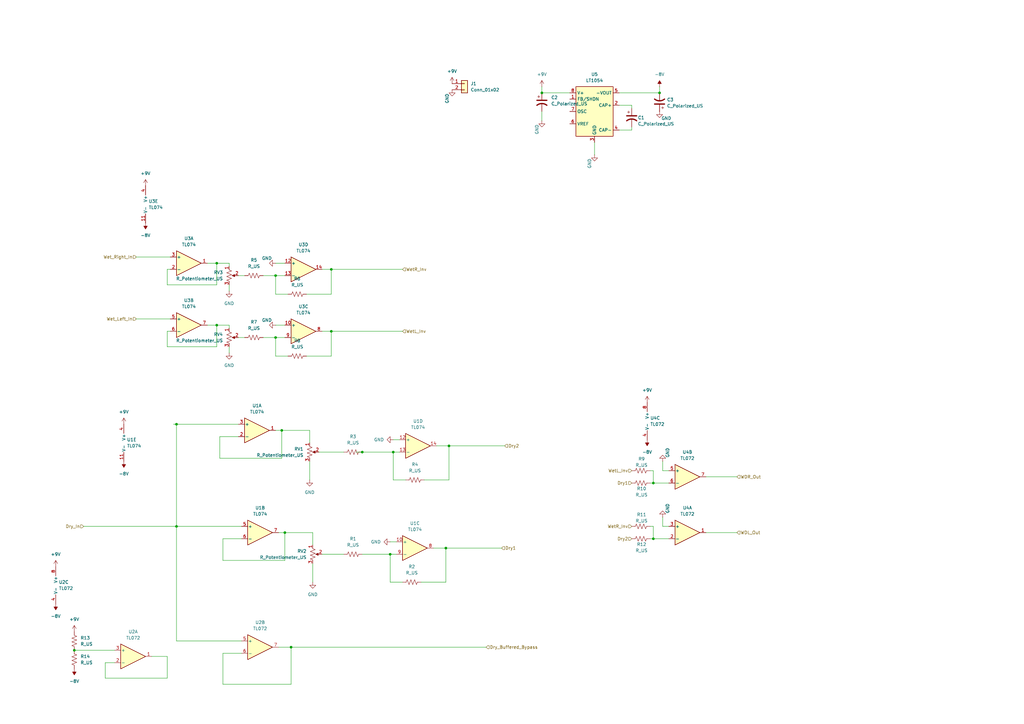
<source format=kicad_sch>
(kicad_sch (version 20231120) (generator "eeschema") (generator_version "8.0")
  (paper "A3")
  (lib_symbols
    (symbol "Amplifier_Operational:TL072" (pin_names (offset 0.127))
      (property "Reference" "U" (at 0 5.08 0))
      (property "Value" "TL072" (at 0 -5.08 0))
      (symbol "TL072_1_1"
        (polyline (pts (xy -5.08 5.08) (xy 5.08 0) (xy -5.08 -5.08) (xy -5.08 5.08)) (stroke (width 0.254)) (fill (type background)))
        (pin output line (at 7.62 0 180) (length 2.54) (name "~") (number "1"))
        (pin input line (at -7.62 -2.54 0) (length 2.54) (name "-") (number "2"))
        (pin input line (at -7.62 2.54 0) (length 2.54) (name "+") (number "3"))
      )
      (symbol "TL072_2_1"
        (polyline (pts (xy -5.08 5.08) (xy 5.08 0) (xy -5.08 -5.08) (xy -5.08 5.08)) (stroke (width 0.254)) (fill (type background)))
        (pin input line (at -7.62 2.54 0) (length 2.54) (name "+") (number "5"))
        (pin input line (at -7.62 -2.54 0) (length 2.54) (name "-") (number "6"))
        (pin output line (at 7.62 0 180) (length 2.54) (name "~") (number "7"))
      )
      (symbol "TL072_3_1"
        (pin power_in line (at -2.54 -7.62 90) (length 3.81) (name "V-") (number "4"))
        (pin power_in line (at -2.54 7.62 270) (length 3.81) (name "V+") (number "8"))
      )
    )
    (symbol "Amplifier_Operational:TL074" (pin_names (offset 0.127))
      (property "Reference" "U" (at 0 5.08 0))
      (property "Value" "TL074" (at 0 -5.08 0))
      (symbol "TL074_1_1"
        (polyline (pts (xy -5.08 5.08) (xy 5.08 0) (xy -5.08 -5.08) (xy -5.08 5.08)) (stroke (width 0.254)) (fill (type background)))
        (pin output line (at 7.62 0 180) (length 2.54) (name "~") (number "1"))
        (pin input line (at -7.62 -2.54 0) (length 2.54) (name "-") (number "2"))
        (pin input line (at -7.62 2.54 0) (length 2.54) (name "+") (number "3"))
      )
      (symbol "TL074_2_1"
        (polyline (pts (xy -5.08 5.08) (xy 5.08 0) (xy -5.08 -5.08) (xy -5.08 5.08)) (stroke (width 0.254)) (fill (type background)))
        (pin input line (at -7.62 2.54 0) (length 2.54) (name "+") (number "5"))
        (pin input line (at -7.62 -2.54 0) (length 2.54) (name "-") (number "6"))
        (pin output line (at 7.62 0 180) (length 2.54) (name "~") (number "7"))
      )
      (symbol "TL074_3_1"
        (polyline (pts (xy -5.08 5.08) (xy 5.08 0) (xy -5.08 -5.08) (xy -5.08 5.08)) (stroke (width 0.254)) (fill (type background)))
        (pin input line (at -7.62 2.54 0) (length 2.54) (name "+") (number "10"))
        (pin output line (at 7.62 0 180) (length 2.54) (name "~") (number "8"))
        (pin input line (at -7.62 -2.54 0) (length 2.54) (name "-") (number "9"))
      )
      (symbol "TL074_4_1"
        (polyline (pts (xy -5.08 5.08) (xy 5.08 0) (xy -5.08 -5.08) (xy -5.08 5.08)) (stroke (width 0.254)) (fill (type background)))
        (pin input line (at -7.62 2.54 0) (length 2.54) (name "+") (number "12"))
        (pin input line (at -7.62 -2.54 0) (length 2.54) (name "-") (number "13"))
        (pin output line (at 7.62 0 180) (length 2.54) (name "~") (number "14"))
      )
      (symbol "TL074_5_1"
        (pin power_in line (at -2.54 -7.62 90) (length 3.81) (name "V-") (number "11"))
        (pin power_in line (at -2.54 7.62 270) (length 3.81) (name "V+") (number "4"))
      )
    )
    (symbol "Connector_Generic:Conn_01x02" (pin_names (offset 1.016) hide)
      (property "Reference" "J" (at 0 2.54 0))
      (property "Value" "Conn_01x02" (at 0 -5.08 0))
      (symbol "Conn_01x02_1_1"
        (rectangle (start -1.27 -2.413) (end 0 -2.667) (stroke (width 0.1524)))
        (rectangle (start -1.27 0.127) (end 0 -0.127) (stroke (width 0.1524)))
        (rectangle (start -1.27 1.27) (end 1.27 -3.81) (stroke (width 0.254)) (fill (type background)))
        (pin passive line (at -5.08 0 0) (length 3.81) (name "Pin_1") (number "1"))
        (pin passive line (at -5.08 -2.54 0) (length 3.81) (name "Pin_2") (number "2"))
      )
    )
    (symbol "Device:C_Polarized_US" (pin_numbers hide) (pin_names (offset 0.254) hide)
      (property "Reference" "C" (at 0.635 2.54 0))
      (property "Value" "C_Polarized_US" (at 0.635 -2.54 0))
      (symbol "C_Polarized_US_0_1"
        (polyline (pts (xy -2.032 0.762) (xy 2.032 0.762)) (stroke (width 0.508)))
        (polyline (pts (xy -1.778 2.286) (xy -0.762 2.286)))
        (polyline (pts (xy -1.27 1.778) (xy -1.27 2.794)))
        (arc (start 2.032 -1.27) (mid 0 -0.5572) (end -2.032 -1.27) (stroke (width 0.508)))
      )
      (symbol "C_Polarized_US_1_1"
        (pin passive line (at 0 3.81 270) (length 2.794) (name "~") (number "1"))
        (pin passive line (at 0 -3.81 90) (length 3.302) (name "~") (number "2"))
      )
    )
    (symbol "Device:R_Potentiometer_US" (pin_names (offset 1.016) hide)
      (property "Reference" "RV" (at -4.445 0 90))
      (property "Value" "R_Potentiometer_US" (at -2.54 0 90))
      (symbol "R_Potentiometer_US_0_1"
        (polyline (pts (xy 0 -2.286) (xy 0 -2.54)))
        (polyline (pts (xy 0 2.54) (xy 0 2.286)))
        (polyline (pts (xy 2.54 0) (xy 1.524 0)))
        (polyline (pts (xy 1.143 0) (xy 2.286 0.508) (xy 2.286 -0.508) (xy 1.143 0)) (fill (type outline)))
        (polyline (pts (xy 0 -0.762) (xy 1.016 -1.143) (xy 0 -1.524) (xy -1.016 -1.905) (xy 0 -2.286)))
        (polyline (pts (xy 0 0.762) (xy 1.016 0.381) (xy 0 0) (xy -1.016 -0.381) (xy 0 -0.762)))
        (polyline (pts (xy 0 2.286) (xy 1.016 1.905) (xy 0 1.524) (xy -1.016 1.143) (xy 0 0.762)))
      )
      (symbol "R_Potentiometer_US_1_1"
        (pin passive line (at 0 3.81 270) (length 1.27) (name "1") (number "1"))
        (pin passive line (at 3.81 0 180) (length 1.27) (name "2") (number "2"))
        (pin passive line (at 0 -3.81 90) (length 1.27) (name "3") (number "3"))
      )
    )
    (symbol "Device:R_US" (pin_numbers hide) (pin_names (offset 0))
      (property "Reference" "R" (at 2.54 0 90))
      (property "Value" "R_US" (at -2.54 0 90))
      (symbol "R_US_0_1"
        (polyline (pts (xy 0 -2.286) (xy 0 -2.54)))
        (polyline (pts (xy 0 2.286) (xy 0 2.54)))
        (polyline (pts (xy 0 -0.762) (xy 1.016 -1.143) (xy 0 -1.524) (xy -1.016 -1.905) (xy 0 -2.286)))
        (polyline (pts (xy 0 0.762) (xy 1.016 0.381) (xy 0 0) (xy -1.016 -0.381) (xy 0 -0.762)))
        (polyline (pts (xy 0 2.286) (xy 1.016 1.905) (xy 0 1.524) (xy -1.016 1.143) (xy 0 0.762)))
      )
      (symbol "R_US_1_1"
        (pin passive line (at 0 3.81 270) (length 1.27) (name "~") (number "1"))
        (pin passive line (at 0 -3.81 90) (length 1.27) (name "~") (number "2"))
      )
    )
    (symbol "Regulator_SwitchedCapacitor:LT1054"
      (property "Reference" "U" (at -6.604 11.176 0))
      (property "Value" "LT1054" (at 4.318 11.176 0))
      (symbol "LT1054_0_1"
        (rectangle (start -7.62 10.16) (end 7.62 -10.16) (stroke (width 0.254)) (fill (type background)))
      )
      (symbol "LT1054_1_1"
        (pin input line (at -10.16 5.08 0) (length 2.54) (name "FB/SHDN") (number "1"))
        (pin input line (at 10.16 2.54 180) (length 2.54) (name "CAP+") (number "2"))
        (pin power_in line (at 0 -12.7 90) (length 2.54) (name "GND") (number "3"))
        (pin input line (at 10.16 -7.62 180) (length 2.54) (name "CAP-") (number "4"))
        (pin power_out line (at 10.16 7.62 180) (length 2.54) (name "-VOUT") (number "5"))
        (pin output line (at -10.16 -5.08 0) (length 2.54) (name "VREF") (number "6"))
        (pin input line (at -10.16 0 0) (length 2.54) (name "OSC") (number "7"))
        (pin power_in line (at -10.16 7.62 0) (length 2.54) (name "V+") (number "8"))
      )
    )
    (symbol "power:+9V" (power) (pin_numbers hide) (pin_names (offset 0) hide)
      (property "Value" "+9V" (at 0 3.556 0))
      (symbol "+9V_0_1"
        (polyline (pts (xy -0.762 1.27) (xy 0 2.54)))
        (polyline (pts (xy 0 0) (xy 0 2.54)))
        (polyline (pts (xy 0 2.54) (xy 0.762 1.27)))
      )
      (symbol "+9V_1_1"
        (pin power_in line (at 0 0 90) (length 0) (name "~") (number "1"))
      )
    )
    (symbol "power:-8V" (power) (pin_numbers hide) (pin_names (offset 0) hide)
      (property "Value" "-8V" (at 0 3.556 0))
      (symbol "-8V_0_0"
        (pin power_in line (at 0 0 90) (length 0) (name "~") (number "1"))
      )
      (symbol "-8V_0_1"
        (polyline (pts (xy 0 0) (xy 0 1.27) (xy 0.762 1.27) (xy 0 2.54) (xy -0.762 1.27) (xy 0 1.27)) (fill (type outline)))
      )
    )
    (symbol "power:GND" (power) (pin_numbers hide) (pin_names (offset 0) hide)
      (property "Value" "GND" (at 0 -3.81 0))
      (symbol "GND_0_1"
        (polyline (pts (xy 0 0) (xy 0 -1.27) (xy 1.27 -1.27) (xy 0 -2.54) (xy -1.27 -1.27) (xy 0 -1.27)))
      )
      (symbol "GND_1_1"
        (pin power_in line (at 0 0 270) (length 0) (name "~") (number "1"))
      )
    )
  )
  (junction (at 88.9 133.35))
  (junction (at 72.39 173.99))
  (junction (at 270.51 38.1))
  (junction (at 113.03 138.43))
  (junction (at 135.89 110.49))
  (junction (at 267.97 198.12))
  (junction (at 113.03 113.03))
  (junction (at 148.59 185.42))
  (junction (at 88.9 107.95))
  (junction (at 184.15 182.88))
  (junction (at 30.48 266.7))
  (junction (at 72.39 215.9))
  (junction (at 115.57 176.53))
  (junction (at 116.84 218.44))
  (junction (at 161.29 185.42))
  (junction (at 160.02 227.33))
  (junction (at 135.89 135.89))
  (junction (at 182.88 224.79))
  (junction (at 267.97 220.98))
  (junction (at 222.25 38.1))
  (junction (at 119.38 265.43))
  (wire (pts (xy 116.84 218.44) (xy 114.3 218.44)))
  (wire (pts (xy 271.78 189.23) (xy 271.78 193.04)))
  (wire (pts (xy 71.12 173.99) (xy 72.39 173.99)))
  (wire (pts (xy 88.9 133.35) (xy 85.09 133.35)))
  (wire (pts (xy 88.9 116.84) (xy 88.9 107.95)))
  (wire (pts (xy 113.03 113.03) (xy 116.84 113.03)))
  (wire (pts (xy 115.57 176.53) (xy 127 176.53)))
  (wire (pts (xy 165.1 238.76) (xy 160.02 238.76)))
  (wire (pts (xy 135.89 146.05) (xy 135.89 135.89)))
  (wire (pts (xy 97.79 138.43) (xy 100.33 138.43)))
  (wire (pts (xy 267.97 220.98) (xy 274.32 220.98)))
  (wire (pts (xy 55.88 105.41) (xy 69.85 105.41)))
  (wire (pts (xy 184.15 182.88) (xy 207.01 182.88)))
  (wire (pts (xy 116.84 229.87) (xy 116.84 218.44)))
  (wire (pts (xy 68.58 116.84) (xy 88.9 116.84)))
  (wire (pts (xy 254 53.34) (xy 259.08 53.34)))
  (wire (pts (xy 91.44 280.67) (xy 119.38 280.67)))
  (wire (pts (xy 113.03 138.43) (xy 113.03 146.05)))
  (wire (pts (xy 43.18 278.13) (xy 68.58 278.13)))
  (wire (pts (xy 146.05 185.42) (xy 148.59 185.42)))
  (wire (pts (xy 68.58 142.24) (xy 88.9 142.24)))
  (wire (pts (xy 271.78 212.09) (xy 271.78 215.9)))
  (wire (pts (xy 135.89 120.65) (xy 135.89 110.49)))
  (wire (pts (xy 113.03 113.03) (xy 113.03 120.65)))
  (wire (pts (xy 182.88 224.79) (xy 177.8 224.79)))
  (wire (pts (xy 148.59 227.33) (xy 160.02 227.33)))
  (wire (pts (xy 266.7 198.12) (xy 267.97 198.12)))
  (wire (pts (xy 148.59 185.42) (xy 161.29 185.42)))
  (wire (pts (xy 267.97 198.12) (xy 274.32 198.12)))
  (wire (pts (xy 222.25 38.1) (xy 233.68 38.1)))
  (wire (pts (xy 274.32 193.04) (xy 271.78 193.04)))
  (wire (pts (xy 116.84 133.35) (xy 113.03 133.35)))
  (wire (pts (xy 128.27 218.44) (xy 128.27 223.52)))
  (wire (pts (xy 160.02 227.33) (xy 162.56 227.33)))
  (wire (pts (xy 161.29 185.42) (xy 163.83 185.42)))
  (wire (pts (xy 68.58 278.13) (xy 68.58 269.24)))
  (wire (pts (xy 119.38 280.67) (xy 119.38 265.43)))
  (wire (pts (xy 72.39 215.9) (xy 99.06 215.9)))
  (wire (pts (xy 289.56 195.58) (xy 302.26 195.58)))
  (wire (pts (xy 34.29 215.9) (xy 72.39 215.9)))
  (wire (pts (xy 72.39 215.9) (xy 72.39 262.89)))
  (wire (pts (xy 88.9 133.35) (xy 93.98 133.35)))
  (wire (pts (xy 132.08 135.89) (xy 135.89 135.89)))
  (wire (pts (xy 46.99 271.78) (xy 43.18 271.78)))
  (wire (pts (xy 127 176.53) (xy 127 181.61)))
  (wire (pts (xy 72.39 262.89) (xy 99.06 262.89)))
  (wire (pts (xy 72.39 173.99) (xy 97.79 173.99)))
  (wire (pts (xy 91.44 229.87) (xy 116.84 229.87)))
  (wire (pts (xy 243.84 58.42) (xy 243.84 63.5)))
  (wire (pts (xy 267.97 193.04) (xy 267.97 198.12)))
  (wire (pts (xy 116.84 107.95) (xy 113.03 107.95)))
  (wire (pts (xy 259.08 52.07) (xy 259.08 53.34)))
  (wire (pts (xy 184.15 196.85) (xy 184.15 182.88)))
  (wire (pts (xy 99.06 267.97) (xy 91.44 267.97)))
  (wire (pts (xy 114.3 265.43) (xy 119.38 265.43)))
  (wire (pts (xy 97.79 113.03) (xy 100.33 113.03)))
  (wire (pts (xy 113.03 138.43) (xy 116.84 138.43)))
  (wire (pts (xy 161.29 196.85) (xy 161.29 185.42)))
  (wire (pts (xy 55.88 130.81) (xy 69.85 130.81)))
  (wire (pts (xy 266.7 215.9) (xy 267.97 215.9)))
  (wire (pts (xy 93.98 134.62) (xy 93.98 133.35)))
  (wire (pts (xy 182.88 238.76) (xy 182.88 224.79)))
  (wire (pts (xy 182.88 224.79) (xy 205.74 224.79)))
  (wire (pts (xy 125.73 146.05) (xy 135.89 146.05)))
  (wire (pts (xy 166.37 196.85) (xy 161.29 196.85)))
  (wire (pts (xy 160.02 238.76) (xy 160.02 227.33)))
  (wire (pts (xy 266.7 220.98) (xy 267.97 220.98)))
  (wire (pts (xy 128.27 231.14) (xy 128.27 238.76)))
  (wire (pts (xy 93.98 142.24) (xy 93.98 144.78)))
  (wire (pts (xy 68.58 135.89) (xy 69.85 135.89)))
  (wire (pts (xy 160.02 222.25) (xy 162.56 222.25)))
  (wire (pts (xy 113.03 120.65) (xy 118.11 120.65)))
  (wire (pts (xy 68.58 135.89) (xy 68.58 142.24)))
  (wire (pts (xy 254 38.1) (xy 270.51 38.1)))
  (wire (pts (xy 88.9 107.95) (xy 85.09 107.95)))
  (wire (pts (xy 270.51 35.56) (xy 270.51 38.1)))
  (wire (pts (xy 93.98 116.84) (xy 93.98 119.38)))
  (wire (pts (xy 97.79 179.07) (xy 90.17 179.07)))
  (wire (pts (xy 68.58 110.49) (xy 68.58 116.84)))
  (wire (pts (xy 88.9 107.95) (xy 93.98 107.95)))
  (wire (pts (xy 266.7 193.04) (xy 267.97 193.04)))
  (wire (pts (xy 91.44 267.97) (xy 91.44 280.67)))
  (wire (pts (xy 132.08 110.49) (xy 135.89 110.49)))
  (wire (pts (xy 222.25 49.53) (xy 222.25 45.72)))
  (wire (pts (xy 72.39 173.99) (xy 72.39 215.9)))
  (wire (pts (xy 161.29 180.34) (xy 163.83 180.34)))
  (wire (pts (xy 90.17 179.07) (xy 90.17 187.96)))
  (wire (pts (xy 259.08 43.18) (xy 259.08 44.45)))
  (wire (pts (xy 88.9 142.24) (xy 88.9 133.35)))
  (wire (pts (xy 127 189.23) (xy 127 196.85)))
  (wire (pts (xy 68.58 269.24) (xy 62.23 269.24)))
  (wire (pts (xy 274.32 215.9) (xy 271.78 215.9)))
  (wire (pts (xy 113.03 146.05) (xy 118.11 146.05)))
  (wire (pts (xy 43.18 271.78) (xy 43.18 278.13)))
  (wire (pts (xy 179.07 182.88) (xy 184.15 182.88)))
  (wire (pts (xy 135.89 110.49) (xy 165.1 110.49)))
  (wire (pts (xy 172.72 238.76) (xy 182.88 238.76)))
  (wire (pts (xy 115.57 187.96) (xy 115.57 176.53)))
  (wire (pts (xy 93.98 109.22) (xy 93.98 107.95)))
  (wire (pts (xy 107.95 113.03) (xy 113.03 113.03)))
  (wire (pts (xy 132.08 227.33) (xy 140.97 227.33)))
  (wire (pts (xy 135.89 135.89) (xy 165.1 135.89)))
  (wire (pts (xy 125.73 120.65) (xy 135.89 120.65)))
  (wire (pts (xy 267.97 215.9) (xy 267.97 220.98)))
  (wire (pts (xy 107.95 138.43) (xy 113.03 138.43)))
  (wire (pts (xy 116.84 218.44) (xy 128.27 218.44)))
  (wire (pts (xy 289.56 218.44) (xy 302.26 218.44)))
  (wire (pts (xy 99.06 220.98) (xy 91.44 220.98)))
  (wire (pts (xy 222.25 35.56) (xy 222.25 38.1)))
  (wire (pts (xy 130.81 185.42) (xy 140.97 185.42)))
  (wire (pts (xy 119.38 265.43) (xy 199.39 265.43)))
  (wire (pts (xy 90.17 187.96) (xy 115.57 187.96)))
  (wire (pts (xy 173.99 196.85) (xy 184.15 196.85)))
  (wire (pts (xy 30.48 266.7) (xy 46.99 266.7)))
  (wire (pts (xy 91.44 220.98) (xy 91.44 229.87)))
  (wire (pts (xy 68.58 110.49) (xy 69.85 110.49)))
  (wire (pts (xy 254 43.18) (xy 259.08 43.18)))
  (wire (pts (xy 115.57 176.53) (xy 113.03 176.53)))
  (hierarchical_label "Dry1" (shape input) (at 205.74 224.79 0))
  (hierarchical_label "Dry2" (shape input) (at 259.08 220.98 180))
  (hierarchical_label "WetR_Inv" (shape input) (at 165.1 110.49 0))
  (hierarchical_label "WetR_Inv" (shape input) (at 259.08 215.9 180))
  (hierarchical_label "Wet_Left_In" (shape input) (at 55.88 130.81 180))
  (hierarchical_label "Dry_In" (shape input) (at 34.29 215.9 180))
  (hierarchical_label "WetL_Inv" (shape input) (at 259.08 193.04 180))
  (hierarchical_label "WDR_Out" (shape input) (at 302.26 195.58 0))
  (hierarchical_label "Dry_Buffered_Bypass" (shape input) (at 199.39 265.43 0))
  (hierarchical_label "Dry1" (shape input) (at 259.08 198.12 180))
  (hierarchical_label "Dry2" (shape input) (at 207.01 182.88 0))
  (hierarchical_label "Wet_Right_In" (shape input) (at 55.88 105.41 180))
  (hierarchical_label "WDL_Out" (shape input) (at 302.26 218.44 0))
  (hierarchical_label "WetL_Inv" (shape input) (at 165.1 135.89 0))
  (symbol (lib_id "power:+9V") (at 185.42 34.29 0) (unit 1)
    (property "Reference" "#PWR024" (effects (hide yes)))
    (property "Value" "+9V" (at 185.42 29.21 0))
    (property "Description" "Power symbol creates a global label with name \"+9V\"" (effects (hide yes)))
  )
  (symbol (lib_id "Amplifier_Operational:TL072") (at 267.97 172.72 0) (unit 3)
    (property "Reference" "U4" (at 266.7 171.4499 0) (effects (justify left)))
    (property "Value" "TL072" (at 266.7 173.9899 0) (effects (justify left)))
    (property "Footprint" "Package_DIP:DIP-8_W7.62mm" (effects (hide yes)))
    (property "Datasheet" "http://www.ti.com/lit/ds/symlink/tl071.pdf" (effects (hide yes)))
    (property "Description" "Dual Low-Noise JFET-Input Operational Amplifiers, DIP-8/SOIC-8" (effects (hide yes)))
  )
  (symbol (lib_id "Amplifier_Operational:TL074") (at 106.68 218.44 0) (unit 2)
    (property "Reference" "U1" (at 106.68 208.28 0))
    (property "Value" "TL074" (at 106.68 210.82 0))
    (property "Footprint" "Package_DIP:DIP-14_W7.62mm" (effects (hide yes)))
    (property "Datasheet" "http://www.ti.com/lit/ds/symlink/tl071.pdf" (effects (hide yes)))
    (property "Description" "Quad Low-Noise JFET-Input Operational Amplifiers, DIP-14/SOIC-14" (effects (hide yes)))
  )
  (symbol (lib_id "Connector_Generic:Conn_01x02") (at 190.5 34.29 0) (unit 1)
    (property "Reference" "J1" (at 193.04 34.2899 0) (effects (justify left)))
    (property "Value" "Conn_01x02" (at 193.04 36.8299 0) (effects (justify left)))
    (property "Footprint" "Connector_PinHeader_2.54mm:PinHeader_1x02_P2.54mm_Vertical" (effects (hide yes)))
    (property "Description" "Generic connector, single row, 01x02, script generated (kicad-library-utils/schlib/autogen/connector/)" (effects (hide yes)))
  )
  (symbol (lib_id "power:+9V") (at 59.69 76.2 0) (unit 1)
    (property "Reference" "#PWR021" (effects (hide yes)))
    (property "Value" "+9V" (at 59.69 71.12 0))
    (property "Description" "Power symbol creates a global label with name \"+9V\"" (effects (hide yes)))
  )
  (symbol (lib_id "power:GND") (at 161.29 180.34 270) (unit 1)
    (property "Reference" "#PWR04" (effects (hide yes)))
    (property "Value" "GND" (at 157.48 180.3399 90) (effects (justify right)))
    (property "Description" "Power symbol creates a global label with name \"GND\" , ground" (effects (hide yes)))
  )
  (symbol (lib_id "Amplifier_Operational:TL072") (at 25.4 240.03 0) (unit 3)
    (property "Reference" "U2" (at 24.13 238.7599 0) (effects (justify left)))
    (property "Value" "TL072" (at 24.13 241.2999 0) (effects (justify left)))
    (property "Footprint" "Package_DIP:DIP-8_W7.62mm" (effects (hide yes)))
    (property "Datasheet" "http://www.ti.com/lit/ds/symlink/tl071.pdf" (effects (hide yes)))
    (property "Description" "Dual Low-Noise JFET-Input Operational Amplifiers, DIP-8/SOIC-8" (effects (hide yes)))
  )
  (symbol (lib_id "Amplifier_Operational:TL074") (at 105.41 176.53 0) (unit 1)
    (property "Reference" "U1" (at 105.41 166.37 0))
    (property "Value" "TL074" (at 105.41 168.91 0))
    (property "Footprint" "Package_DIP:DIP-14_W7.62mm" (effects (hide yes)))
    (property "Datasheet" "http://www.ti.com/lit/ds/symlink/tl071.pdf" (effects (hide yes)))
    (property "Description" "Quad Low-Noise JFET-Input Operational Amplifiers, DIP-14/SOIC-14" (effects (hide yes)))
  )
  (symbol (lib_id "Amplifier_Operational:TL074") (at 53.34 181.61 0) (unit 5)
    (property "Reference" "U1" (at 52.07 180.3399 0) (effects (justify left)))
    (property "Value" "TL074" (at 52.07 182.8799 0) (effects (justify left)))
    (property "Footprint" "Package_DIP:DIP-14_W7.62mm" (effects (hide yes)))
    (property "Datasheet" "http://www.ti.com/lit/ds/symlink/tl071.pdf" (effects (hide yes)))
    (property "Description" "Quad Low-Noise JFET-Input Operational Amplifiers, DIP-14/SOIC-14" (effects (hide yes)))
  )
  (symbol (lib_id "Amplifier_Operational:TL074") (at 170.18 224.79 0) (unit 3)
    (property "Reference" "U1" (at 170.18 214.63 0))
    (property "Value" "TL074" (at 170.18 217.17 0))
    (property "Footprint" "Package_DIP:DIP-14_W7.62mm" (effects (hide yes)))
    (property "Datasheet" "http://www.ti.com/lit/ds/symlink/tl071.pdf" (effects (hide yes)))
    (property "Description" "Quad Low-Noise JFET-Input Operational Amplifiers, DIP-14/SOIC-14" (effects (hide yes)))
  )
  (symbol (lib_id "Amplifier_Operational:TL072") (at 106.68 265.43 0) (unit 2)
    (property "Reference" "U2" (at 106.68 255.27 0))
    (property "Value" "TL072" (at 106.68 257.81 0))
    (property "Footprint" "Package_DIP:DIP-8_W7.62mm" (effects (hide yes)))
    (property "Datasheet" "http://www.ti.com/lit/ds/symlink/tl071.pdf" (effects (hide yes)))
    (property "Description" "Dual Low-Noise JFET-Input Operational Amplifiers, DIP-8/SOIC-8" (effects (hide yes)))
  )
  (symbol (lib_id "Device:C_Polarized_US") (at 259.08 48.26 0) (unit 1)
    (property "Reference" "C1" (at 261.62 48.26 0) (effects (justify left)))
    (property "Value" "C_Polarized_US" (at 261.62 50.8 0) (effects (justify left)))
    (property "Footprint" "Capacitor_THT:CP_Radial_D5.0mm_P2.50mm" (effects (hide yes)))
    (property "Description" "Polarized capacitor, US symbol" (effects (hide yes)))
  )
  (symbol (lib_id "power:GND") (at 271.78 212.09 180) (unit 1)
    (property "Reference" "#PWR010" (effects (hide yes)))
    (property "Value" "GND" (at 273.812 210.566 90) (effects (justify right)))
    (property "Description" "Power symbol creates a global label with name \"GND\" , ground" (effects (hide yes)))
  )
  (symbol (lib_id "Amplifier_Operational:TL074") (at 77.47 107.95 0) (unit 1)
    (property "Reference" "U3" (at 77.47 97.79 0))
    (property "Value" "TL074" (at 77.47 100.33 0))
    (property "Footprint" "Package_DIP:DIP-14_W7.62mm" (effects (hide yes)))
    (property "Datasheet" "http://www.ti.com/lit/ds/symlink/tl071.pdf" (effects (hide yes)))
    (property "Description" "Quad Low-Noise JFET-Input Operational Amplifiers, DIP-14/SOIC-14" (effects (hide yes)))
  )
  (symbol (lib_id "power:GND") (at 270.51 45.72 0) (unit 1)
    (property "Reference" "#PWR014" (effects (hide yes)))
    (property "Value" "GND" (at 275.336 48.514 0) (effects (justify right)))
    (property "Description" "Power symbol creates a global label with name \"GND\" , ground" (effects (hide yes)))
  )
  (symbol (lib_id "power:-8V") (at 59.69 91.44 180) (unit 1)
    (property "Reference" "#PWR017" (effects (hide yes)))
    (property "Value" "-8V" (at 59.69 96.52 0))
    (property "Description" "Power symbol creates a global label with name \"-8V\"" (effects (hide yes)))
  )
  (symbol (lib_id "Amplifier_Operational:TL072") (at 54.61 269.24 0) (unit 1)
    (property "Reference" "U2" (at 54.61 259.08 0))
    (property "Value" "TL072" (at 54.61 261.62 0))
    (property "Footprint" "Package_DIP:DIP-8_W7.62mm" (effects (hide yes)))
    (property "Datasheet" "http://www.ti.com/lit/ds/symlink/tl071.pdf" (effects (hide yes)))
    (property "Description" "Dual Low-Noise JFET-Input Operational Amplifiers, DIP-8/SOIC-8" (effects (hide yes)))
  )
  (symbol (lib_id "Amplifier_Operational:TL074") (at 171.45 182.88 0) (unit 4)
    (property "Reference" "U1" (at 171.45 172.72 0))
    (property "Value" "TL074" (at 171.45 175.26 0))
    (property "Footprint" "Package_DIP:DIP-14_W7.62mm" (effects (hide yes)))
    (property "Datasheet" "http://www.ti.com/lit/ds/symlink/tl071.pdf" (effects (hide yes)))
    (property "Description" "Quad Low-Noise JFET-Input Operational Amplifiers, DIP-14/SOIC-14" (effects (hide yes)))
  )
  (symbol (lib_id "power:+9V") (at 222.25 35.56 0) (unit 1)
    (property "Reference" "#PWR011" (effects (hide yes)))
    (property "Value" "+9V" (at 222.25 30.48 0))
    (property "Description" "Power symbol creates a global label with name \"+9V\"" (effects (hide yes)))
  )
  (symbol (lib_id "Device:R_US") (at 262.89 193.04 270) (unit 1)
    (property "Reference" "R9" (at 263.144 188.214 90))
    (property "Value" "R_US" (at 263.144 190.754 90))
    (property "Footprint" "Resistor_THT:R_Axial_DIN0204_L3.6mm_D1.6mm_P7.62mm_Horizontal" (effects (hide yes)))
    (property "Description" "Resistor, US symbol" (effects (hide yes)))
  )
  (symbol (lib_id "Device:R_US") (at 168.91 238.76 270) (unit 1)
    (property "Reference" "R2" (at 168.91 232.41 90))
    (property "Value" "R_US" (at 168.91 234.95 90))
    (property "Footprint" "Resistor_THT:R_Axial_DIN0204_L3.6mm_D1.6mm_P7.62mm_Horizontal" (effects (hide yes)))
    (property "Description" "Resistor, US symbol" (effects (hide yes)))
  )
  (symbol (lib_id "power:GND") (at 113.03 133.35 270) (unit 1)
    (property "Reference" "#PWR08" (effects (hide yes)))
    (property "Value" "GND" (at 111.506 131.318 90) (effects (justify right)))
    (property "Description" "Power symbol creates a global label with name \"GND\" , ground" (effects (hide yes)))
  )
  (symbol (lib_id "Device:R_US") (at 30.48 270.51 0) (unit 1)
    (property "Reference" "R14" (at 33.02 269.2399 0) (effects (justify left)))
    (property "Value" "R_US" (at 33.02 271.7799 0) (effects (justify left)))
    (property "Footprint" "Resistor_THT:R_Axial_DIN0204_L3.6mm_D1.6mm_P7.62mm_Horizontal" (effects (hide yes)))
    (property "Description" "Resistor, US symbol" (effects (hide yes)))
  )
  (symbol (lib_id "power:GND") (at 113.03 107.95 270) (unit 1)
    (property "Reference" "#PWR06" (effects (hide yes)))
    (property "Value" "GND" (at 111.506 105.918 90) (effects (justify right)))
    (property "Description" "Power symbol creates a global label with name \"GND\" , ground" (effects (hide yes)))
  )
  (symbol (lib_id "power:GND") (at 128.27 238.76 0) (unit 1)
    (property "Reference" "#PWR02" (effects (hide yes)))
    (property "Value" "GND" (at 128.27 243.84 0))
    (property "Description" "Power symbol creates a global label with name \"GND\" , ground" (effects (hide yes)))
  )
  (symbol (lib_id "power:GND") (at 271.78 189.23 180) (unit 1)
    (property "Reference" "#PWR09" (effects (hide yes)))
    (property "Value" "GND" (at 273.812 187.706 90) (effects (justify right)))
    (property "Description" "Power symbol creates a global label with name \"GND\" , ground" (effects (hide yes)))
  )
  (symbol (lib_id "Device:R_Potentiometer_US") (at 93.98 138.43 0) (unit 1)
    (property "Reference" "RV4" (at 91.44 137.1599 0) (effects (justify right)))
    (property "Value" "R_Potentiometer_US" (at 91.44 139.6999 0) (effects (justify right)))
    (property "Footprint" "Potentiometer_THT:Potentiometer_Vishay_T7-YA_Single_Vertical" (effects (hide yes)))
    (property "Description" "Potentiometer, US symbol" (effects (hide yes)))
  )
  (symbol (lib_id "Device:R_US") (at 121.92 146.05 270) (unit 1)
    (property "Reference" "R8" (at 121.92 139.7 90))
    (property "Value" "R_US" (at 121.92 142.24 90))
    (property "Footprint" "Resistor_THT:R_Axial_DIN0204_L3.6mm_D1.6mm_P7.62mm_Horizontal" (effects (hide yes)))
    (property "Description" "Resistor, US symbol" (effects (hide yes)))
  )
  (symbol (lib_id "power:-8V") (at 265.43 180.34 180) (unit 1)
    (property "Reference" "#PWR018" (effects (hide yes)))
    (property "Value" "-8V" (at 265.43 185.42 0))
    (property "Description" "Power symbol creates a global label with name \"-8V\"" (effects (hide yes)))
  )
  (symbol (lib_id "Amplifier_Operational:TL074") (at 77.47 133.35 0) (unit 2)
    (property "Reference" "U3" (at 77.47 123.19 0))
    (property "Value" "TL074" (at 77.47 125.73 0))
    (property "Footprint" "Package_DIP:DIP-14_W7.62mm" (effects (hide yes)))
    (property "Datasheet" "http://www.ti.com/lit/ds/symlink/tl071.pdf" (effects (hide yes)))
    (property "Description" "Quad Low-Noise JFET-Input Operational Amplifiers, DIP-14/SOIC-14" (effects (hide yes)))
  )
  (symbol (lib_id "Device:R_US") (at 121.92 120.65 270) (unit 1)
    (property "Reference" "R6" (at 121.92 114.3 90))
    (property "Value" "R_US" (at 121.92 116.84 90))
    (property "Footprint" "Resistor_THT:R_Axial_DIN0204_L3.6mm_D1.6mm_P7.62mm_Horizontal" (effects (hide yes)))
    (property "Description" "Resistor, US symbol" (effects (hide yes)))
  )
  (symbol (lib_id "power:-8V") (at 270.51 35.56 0) (unit 1)
    (property "Reference" "#PWR015" (effects (hide yes)))
    (property "Value" "-8V" (at 270.51 30.48 0))
    (property "Description" "Power symbol creates a global label with name \"-8V\"" (effects (hide yes)))
  )
  (symbol (lib_id "Device:R_US") (at 262.89 220.98 270) (unit 1)
    (property "Reference" "R12" (at 263.144 223.266 90))
    (property "Value" "R_US" (at 263.144 225.806 90))
    (property "Footprint" "Resistor_THT:R_Axial_DIN0204_L3.6mm_D1.6mm_P7.62mm_Horizontal" (effects (hide yes)))
    (property "Description" "Resistor, US symbol" (effects (hide yes)))
  )
  (symbol (lib_id "Device:R_Potentiometer_US") (at 93.98 113.03 0) (unit 1)
    (property "Reference" "RV3" (at 91.44 111.7599 0) (effects (justify right)))
    (property "Value" "R_Potentiometer_US" (at 91.44 114.2999 0) (effects (justify right)))
    (property "Footprint" "Potentiometer_THT:Potentiometer_Vishay_T7-YA_Single_Vertical" (effects (hide yes)))
    (property "Description" "Potentiometer, US symbol" (effects (hide yes)))
  )
  (symbol (lib_id "Device:R_Potentiometer_US") (at 127 185.42 0) (unit 1)
    (property "Reference" "RV1" (at 124.46 184.1499 0) (effects (justify right)))
    (property "Value" "R_Potentiometer_US" (at 124.46 186.6899 0) (effects (justify right)))
    (property "Footprint" "Potentiometer_THT:Potentiometer_Vishay_T7-YA_Single_Vertical" (effects (hide yes)))
    (property "Description" "Potentiometer, US symbol" (effects (hide yes)))
  )
  (symbol (lib_id "power:-8V") (at 50.8 189.23 180) (unit 1)
    (property "Reference" "#PWR016" (effects (hide yes)))
    (property "Value" "-8V" (at 50.8 194.31 0))
    (property "Description" "Power symbol creates a global label with name \"-8V\"" (effects (hide yes)))
  )
  (symbol (lib_id "Device:R_US") (at 170.18 196.85 270) (unit 1)
    (property "Reference" "R4" (at 170.18 190.5 90))
    (property "Value" "R_US" (at 170.18 193.04 90))
    (property "Footprint" "Resistor_THT:R_Axial_DIN0204_L3.6mm_D1.6mm_P7.62mm_Horizontal" (effects (hide yes)))
    (property "Description" "Resistor, US symbol" (effects (hide yes)))
  )
  (symbol (lib_id "power:+9V") (at 265.43 165.1 0) (unit 1)
    (property "Reference" "#PWR023" (effects (hide yes)))
    (property "Value" "+9V" (at 265.43 160.02 0))
    (property "Description" "Power symbol creates a global label with name \"+9V\"" (effects (hide yes)))
  )
  (symbol (lib_id "Device:R_Potentiometer_US") (at 128.27 227.33 0) (unit 1)
    (property "Reference" "RV2" (at 125.73 226.0599 0) (effects (justify right)))
    (property "Value" "R_Potentiometer_US" (at 125.73 228.5999 0) (effects (justify right)))
    (property "Footprint" "Potentiometer_THT:Potentiometer_Vishay_T7-YA_Single_Vertical" (effects (hide yes)))
    (property "Description" "Potentiometer, US symbol" (effects (hide yes)))
  )
  (symbol (lib_id "power:GND") (at 243.84 63.5 0) (unit 1)
    (property "Reference" "#PWR012" (effects (hide yes)))
    (property "Value" "GND" (at 241.808 65.024 90) (effects (justify right)))
    (property "Description" "Power symbol creates a global label with name \"GND\" , ground" (effects (hide yes)))
  )
  (symbol (lib_id "Amplifier_Operational:TL072") (at 281.94 195.58 0) (unit 2)
    (property "Reference" "U4" (at 281.94 185.42 0))
    (property "Value" "TL072" (at 281.94 187.96 0))
    (property "Footprint" "Package_DIP:DIP-8_W7.62mm" (effects (hide yes)))
    (property "Datasheet" "http://www.ti.com/lit/ds/symlink/tl071.pdf" (effects (hide yes)))
    (property "Description" "Dual Low-Noise JFET-Input Operational Amplifiers, DIP-8/SOIC-8" (effects (hide yes)))
  )
  (symbol (lib_id "power:GND") (at 185.42 36.83 0) (unit 1)
    (property "Reference" "#PWR025" (effects (hide yes)))
    (property "Value" "GND" (at 183.388 38.354 90) (effects (justify right)))
    (property "Description" "Power symbol creates a global label with name \"GND\" , ground" (effects (hide yes)))
  )
  (symbol (lib_id "Device:R_US") (at 144.78 185.42 270) (unit 1)
    (property "Reference" "R3" (at 144.78 179.07 90))
    (property "Value" "R_US" (at 144.78 181.61 90))
    (property "Footprint" "Resistor_THT:R_Axial_DIN0204_L3.6mm_D1.6mm_P7.62mm_Horizontal" (effects (hide yes)))
    (property "Description" "Resistor, US symbol" (effects (hide yes)))
  )
  (symbol (lib_id "Amplifier_Operational:TL074") (at 124.46 110.49 0) (unit 4)
    (property "Reference" "U3" (at 124.46 100.33 0))
    (property "Value" "TL074" (at 124.46 102.87 0))
    (property "Footprint" "Package_DIP:DIP-14_W7.62mm" (effects (hide yes)))
    (property "Datasheet" "http://www.ti.com/lit/ds/symlink/tl071.pdf" (effects (hide yes)))
    (property "Description" "Quad Low-Noise JFET-Input Operational Amplifiers, DIP-14/SOIC-14" (effects (hide yes)))
  )
  (symbol (lib_id "Device:R_US") (at 104.14 113.03 270) (unit 1)
    (property "Reference" "R5" (at 104.14 106.68 90))
    (property "Value" "R_US" (at 104.14 109.22 90))
    (property "Footprint" "Resistor_THT:R_Axial_DIN0204_L3.6mm_D1.6mm_P7.62mm_Horizontal" (effects (hide yes)))
    (property "Description" "Resistor, US symbol" (effects (hide yes)))
  )
  (symbol (lib_id "power:GND") (at 160.02 222.25 270) (unit 1)
    (property "Reference" "#PWR03" (effects (hide yes)))
    (property "Value" "GND" (at 156.21 222.2499 90) (effects (justify right)))
    (property "Description" "Power symbol creates a global label with name \"GND\" , ground" (effects (hide yes)))
  )
  (symbol (lib_id "Amplifier_Operational:TL074") (at 62.23 83.82 0) (unit 5)
    (property "Reference" "U3" (at 60.96 82.5499 0) (effects (justify left)))
    (property "Value" "TL074" (at 60.96 85.0899 0) (effects (justify left)))
    (property "Footprint" "Package_DIP:DIP-14_W7.62mm" (effects (hide yes)))
    (property "Datasheet" "http://www.ti.com/lit/ds/symlink/tl071.pdf" (effects (hide yes)))
    (property "Description" "Quad Low-Noise JFET-Input Operational Amplifiers, DIP-14/SOIC-14" (effects (hide yes)))
  )
  (symbol (lib_id "power:+9V") (at 50.8 173.99 0) (unit 1)
    (property "Reference" "#PWR020" (effects (hide yes)))
    (property "Value" "+9V" (at 50.8 168.91 0))
    (property "Description" "Power symbol creates a global label with name \"+9V\"" (effects (hide yes)))
  )
  (symbol (lib_id "power:+9V") (at 30.48 259.08 0) (unit 1)
    (property "Reference" "#PWR026" (effects (hide yes)))
    (property "Value" "+9V" (at 30.48 254 0))
    (property "Description" "Power symbol creates a global label with name \"+9V\"" (effects (hide yes)))
  )
  (symbol (lib_id "Device:C_Polarized_US") (at 222.25 41.91 0) (unit 1)
    (property "Reference" "C2" (at 226.06 40.0049 0) (effects (justify left)))
    (property "Value" "C_Polarized_US" (at 226.06 42.5449 0) (effects (justify left)))
    (property "Footprint" "Capacitor_THT:CP_Radial_D5.0mm_P2.50mm" (effects (hide yes)))
    (property "Description" "Polarized capacitor, US symbol" (effects (hide yes)))
  )
  (symbol (lib_id "Regulator_SwitchedCapacitor:LT1054") (at 243.84 45.72 0) (unit 1)
    (property "Reference" "U5" (at 243.84 30.48 0))
    (property "Value" "LT1054" (at 243.84 33.02 0))
    (property "Footprint" "Package_DIP:DIP-8_W7.62mm" (effects (hide yes)))
    (property "Datasheet" "https://www.analog.com/media/en/technical-documentation/data-sheets/1054lfh.pdf" (effects (hide yes)))
    (property "Description" "Switched-Capacitor Voltage Converter with Regulator, output current 100mA, operating range 3.5V to 15V, low loss 1.1V at 100mA, DIP-8/SO-8" (effects (hide yes)))
  )
  (symbol (lib_id "power:GND") (at 127 196.85 0) (unit 1)
    (property "Reference" "#PWR01" (effects (hide yes)))
    (property "Value" "GND" (at 127 201.93 0))
    (property "Description" "Power symbol creates a global label with name \"GND\" , ground" (effects (hide yes)))
  )
  (symbol (lib_id "Device:R_US") (at 104.14 138.43 270) (unit 1)
    (property "Reference" "R7" (at 104.14 132.08 90))
    (property "Value" "R_US" (at 104.14 134.62 90))
    (property "Footprint" "Resistor_THT:R_Axial_DIN0204_L3.6mm_D1.6mm_P7.62mm_Horizontal" (effects (hide yes)))
    (property "Description" "Resistor, US symbol" (effects (hide yes)))
  )
  (symbol (lib_id "Amplifier_Operational:TL072") (at 281.94 218.44 0) (unit 1)
    (property "Reference" "U4" (at 281.94 208.28 0))
    (property "Value" "TL072" (at 281.94 210.82 0))
    (property "Footprint" "Package_DIP:DIP-8_W7.62mm" (effects (hide yes)))
    (property "Datasheet" "http://www.ti.com/lit/ds/symlink/tl071.pdf" (effects (hide yes)))
    (property "Description" "Dual Low-Noise JFET-Input Operational Amplifiers, DIP-8/SOIC-8" (effects (hide yes)))
  )
  (symbol (lib_id "power:GND") (at 93.98 144.78 0) (unit 1)
    (property "Reference" "#PWR07" (effects (hide yes)))
    (property "Value" "GND" (at 93.98 149.86 0))
    (property "Description" "Power symbol creates a global label with name \"GND\" , ground" (effects (hide yes)))
  )
  (symbol (lib_id "Device:R_US") (at 262.89 198.12 270) (unit 1)
    (property "Reference" "R10" (at 263.144 200.406 90))
    (property "Value" "R_US" (at 263.144 202.946 90))
    (property "Footprint" "Resistor_THT:R_Axial_DIN0204_L3.6mm_D1.6mm_P7.62mm_Horizontal" (effects (hide yes)))
    (property "Description" "Resistor, US symbol" (effects (hide yes)))
  )
  (symbol (lib_id "Amplifier_Operational:TL074") (at 124.46 135.89 0) (unit 3)
    (property "Reference" "U3" (at 124.46 125.73 0))
    (property "Value" "TL074" (at 124.46 128.27 0))
    (property "Footprint" "Package_DIP:DIP-14_W7.62mm" (effects (hide yes)))
    (property "Datasheet" "http://www.ti.com/lit/ds/symlink/tl071.pdf" (effects (hide yes)))
    (property "Description" "Quad Low-Noise JFET-Input Operational Amplifiers, DIP-14/SOIC-14" (effects (hide yes)))
  )
  (symbol (lib_id "power:+9V") (at 22.86 232.41 0) (unit 1)
    (property "Reference" "#PWR022" (effects (hide yes)))
    (property "Value" "+9V" (at 22.86 227.33 0))
    (property "Description" "Power symbol creates a global label with name \"+9V\"" (effects (hide yes)))
  )
  (symbol (lib_id "power:GND") (at 93.98 119.38 0) (unit 1)
    (property "Reference" "#PWR05" (effects (hide yes)))
    (property "Value" "GND" (at 93.98 124.46 0))
    (property "Description" "Power symbol creates a global label with name \"GND\" , ground" (effects (hide yes)))
  )
  (symbol (lib_id "Device:R_US") (at 144.78 227.33 270) (unit 1)
    (property "Reference" "R1" (at 144.78 220.98 90))
    (property "Value" "R_US" (at 144.78 223.52 90))
    (property "Footprint" "Resistor_THT:R_Axial_DIN0204_L3.6mm_D1.6mm_P7.62mm_Horizontal" (effects (hide yes)))
    (property "Description" "Resistor, US symbol" (effects (hide yes)))
  )
  (symbol (lib_id "Device:C_Polarized_US") (at 270.51 41.91 180) (unit 1)
    (property "Reference" "C3" (at 273.558 40.894 0) (effects (justify right)))
    (property "Value" "C_Polarized_US" (at 273.558 43.434 0) (effects (justify right)))
    (property "Footprint" "Capacitor_THT:CP_Radial_D5.0mm_P2.50mm" (effects (hide yes)))
    (property "Description" "Polarized capacitor, US symbol" (effects (hide yes)))
  )
  (symbol (lib_id "Device:R_US") (at 30.48 262.89 0) (unit 1)
    (property "Reference" "R13" (at 33.02 261.6199 0) (effects (justify left)))
    (property "Value" "R_US" (at 33.02 264.1599 0) (effects (justify left)))
    (property "Footprint" "Resistor_THT:R_Axial_DIN0204_L3.6mm_D1.6mm_P7.62mm_Horizontal" (effects (hide yes)))
    (property "Description" "Resistor, US symbol" (effects (hide yes)))
  )
  (symbol (lib_id "Device:R_US") (at 262.89 215.9 270) (unit 1)
    (property "Reference" "R11" (at 263.144 211.074 90))
    (property "Value" "R_US" (at 263.144 213.614 90))
    (property "Footprint" "Resistor_THT:R_Axial_DIN0204_L3.6mm_D1.6mm_P7.62mm_Horizontal" (effects (hide yes)))
    (property "Description" "Resistor, US symbol" (effects (hide yes)))
  )
  (symbol (lib_id "power:GND") (at 222.25 49.53 0) (unit 1)
    (property "Reference" "#PWR013" (effects (hide yes)))
    (property "Value" "GND" (at 220.218 51.054 90) (effects (justify right)))
    (property "Description" "Power symbol creates a global label with name \"GND\" , ground" (effects (hide yes)))
  )
  (symbol (lib_id "power:-8V") (at 30.48 274.32 180) (unit 1)
    (property "Reference" "#PWR027" (effects (hide yes)))
    (property "Value" "-8V" (at 30.48 279.4 0))
    (property "Description" "Power symbol creates a global label with name \"-8V\"" (effects (hide yes)))
  )
  (symbol (lib_id "power:-8V") (at 22.86 247.65 180) (unit 1)
    (property "Reference" "#PWR019" (effects (hide yes)))
    (property "Value" "-8V" (at 22.86 252.73 0))
    (property "Description" "Power symbol creates a global label with name \"-8V\"" (effects (hide yes)))
  )
)
</source>
